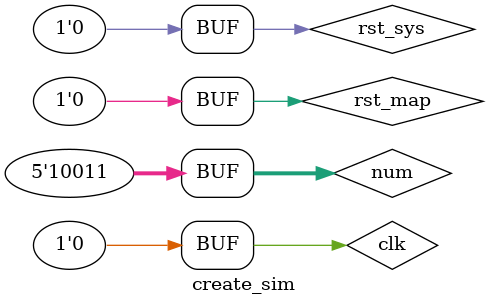
<source format=v>
`timescale 1ns / 1ps
module create_sim;

	// Inputs
	reg clk;
	reg rst_sys;
	reg rst_map;
	reg [4:0] num;

	// Outputs
	wire [360:0] map;
	wire [4:0] actual_num;

	// Instantiate the Unit Under Test (UUT)
	create_map uut (
		.clk(clk), 
		.rst_sys(rst_sys), 
		.rst_map(rst_map), 
		.num(num), 
		.map(map), 
		.actual_num(actual_num)
	);
	
	always begin
		clk = 1; #1;
		clk = 0; #1;
	end
	
	initial begin
		// Initialize Inputs
		rst_sys = 0;
		rst_map = 0;

		// Wait 100 ns for global reset to finish
		#100;
		rst_sys = 1; #50;
		rst_sys = 0; #50;
		num = 19; #50;
		
		rst_map = 1;#50;
		rst_map = 0;#50;
				rst_map = 1;#50;
		rst_map = 0;#50;
				rst_map = 1;#50;
		rst_map = 0;#50;
				rst_map = 1;#50;
		rst_map = 0;#50;
						rst_map = 1;#50;
		rst_map = 0;#50;
						rst_map = 1;#50;
		rst_map = 0;#50;
						rst_map = 1;#50;
		rst_map = 0;#50;
        
		// Add stimulus here

	end
      
endmodule


</source>
